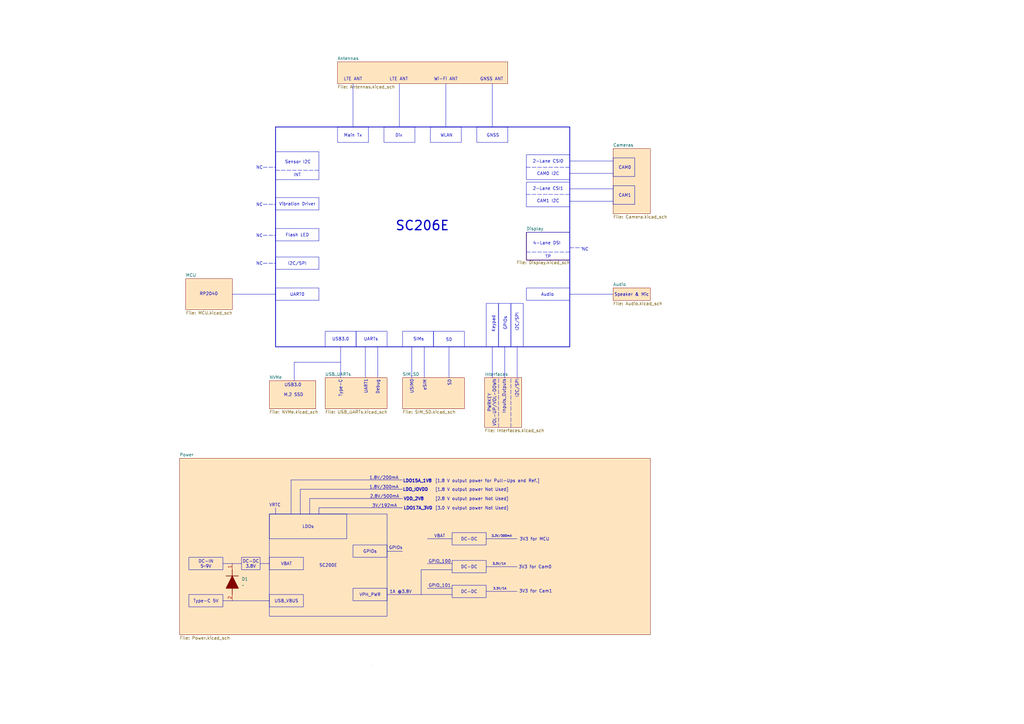
<source format=kicad_sch>
(kicad_sch (version 20250114) (generator "eeschema") (generator_version "9.0")
  (paper "A3")
  (title_block (title "Block Diagram") (date "2025-10-10") (rev "v1.0") (company "Author: Mehmet Cihangir") (comment 1 "CamTracker"))
  (lib_symbols
    (symbol "000MCLib:B520C-13-F" (pin_names (hide yes))
      (property "Reference" "D" (at 11.43 5.08 0))
      (property "Value" "B520C-13-F" (at 11.43 2.54 0))
      (symbol "B520C-13-F_1_1"
        (polyline (pts (xy 2.54 0) (xy 5.08 0)) (stroke (width 0.254)))
        (polyline (pts (xy 5.08 2.54) (xy 5.08 -2.54)) (stroke (width 0.254)))
        (polyline (pts (xy 5.08 0) (xy 10.16 2.54) (xy 10.16 -2.54) (xy 5.08 0)) (stroke (width 0.254)) (fill (type outline)))
        (polyline (pts (xy 10.16 0) (xy 12.7 0)) (stroke (width 0.254)))
        (pin passive line (at 0 0 0) (length 2.54) (name "K") (number "1"))
        (pin passive line (at 15.24 0 180) (length 2.54) (name "A") (number "2"))
      )
    )
  )
  (rectangle (start 209.55 142.24) (end 214.63 124.46))
  (rectangle (start 215.9 95.25) (end 233.68 106.68))
  (rectangle (start 215.9 63.5) (end 233.68 73.66))
  (rectangle (start 251.46 64.77) (end 260.35 72.39))
  (rectangle (start 157.48 52.07) (end 170.18 58.42))
  (rectangle (start 133.35 135.89) (end 146.05 142.24))
  (rectangle (start 138.43 52.07) (end 151.13 58.42))
  (rectangle (start 199.39 142.24) (end 204.47 124.46))
  (rectangle (start 195.58 52.07) (end 208.28 58.42))
  (rectangle (start 177.8 135.89) (end 190.5 142.24))
  (rectangle (start 204.47 142.24) (end 209.55 124.46))
  (rectangle (start 113.03 93.726) (end 130.81 98.806))
  (rectangle (start 113.03 62.23) (end 130.81 73.66))
  (rectangle (start 251.46 76.2) (end 260.35 83.82))
  (rectangle (start 113.03 52.07) (end 233.68 142.24) (stroke (width 0.3048)))
  (rectangle (start 215.9 118.11) (end 233.68 123.19))
  (rectangle (start 146.05 135.89) (end 158.75 142.24))
  (rectangle (start 215.9 74.676) (end 233.68 84.836))
  (rectangle (start 165.1 135.89) (end 177.8 142.24))
  (rectangle (start 176.53 52.07) (end 189.23 58.42))
  (rectangle (start 113.03 81.026) (end 130.81 86.106))
  (text "PWRKEY\nVOL-UP/VOL-DOWN" (at 201.803 165.227 90) (effects (font (size 1.27 1.27))))
  (text "SD" (at 184.404 156.972 90) (effects (font (size 1.27 1.27))))
  (text "NC" (at 106.426 84.074 0) (effects (font (size 1.27 1.27))))
  (text "3V3 for MCU" (at 219.202 221.234 0) (effects (font (size 1.27 1.27))))
  (text "LDO17A_3V0" (at 171.45 208.534 0) (effects (font (size 1.27 1.27) (thickness 0.254) (bold yes))))
  (text "UARTs" (at 152.146 139.192 0) (effects (font (size 1.27 1.27))))
  (text "Debug" (at 154.94 158.75 90) (effects (font (size 1.27 1.27))))
  (text "GPIOs" (at 162.306 224.79 0) (effects (font (size 1.27 1.27))))
  (text "I2C/SPI" (at 212.09 132.08 90) (effects (font (size 1.27 1.27))))
  (text "NC" (at 106.426 96.774 0) (effects (font (size 1.27 1.27))))
  (text "GPIOs" (at 207.264 132.588 90) (effects (font (size 1.27 1.27))))
  (text "Inputs_Outputs" (at 206.756 162.56 90) (effects (font (size 1.27 1.27))))
  (text "USIM0" (at 168.91 158.496 90) (effects (font (size 1.27 1.27))))
  (text "CAM1" (at 256.286 80.264 0) (effects (font (size 1.27 1.27))))
  (text "[1.8 V output power Not Used]" (at 193.548 200.914 0) (effects (font (size 1.27 1.27))))
  (text "[3.0 V output power Not Used]" (at 193.548 208.534 0) (effects (font (size 1.27 1.27))))
  (text "RP2040" (at 85.598 120.65 0) (effects (font (size 1.27 1.27))))
  (text "1.8V/300mA" (at 157.48 199.898 0) (effects (font (size 1.27 1.27))))
  (text "4-Lane DSI" (at 224.282 99.822 0) (effects (font (size 1.27 1.27))))
  (text "VRTC" (at 112.776 207.264 0) (effects (font (size 1.27 1.27))))
  (text "NC" (at 106.426 108.204 0) (effects (font (size 1.27 1.27))))
  (text "3.3V/1A" (at 204.724 231.394 0) (effects (font (size 0.889 0.889))))
  (text "VBAT" (at 180.34 219.964 0) (effects (font (size 1.27 1.27))))
  (text "I2C/SPI" (at 212.09 159.258 90) (effects (font (size 1.27 1.27))))
  (text "USB3.0" (at 139.7 139.192 0) (effects (font (size 1.27 1.27))))
  (text "SC206E" (at 173.228 92.71 0) (effects (font (size 3.81 3.81) (thickness 0.508) (bold yes))))
  (text "1A @3.8V" (at 164.338 242.824 0) (effects (font (size 1.27 1.27))))
  (text "Type-C" (at 139.7 159.258 90) (effects (font (size 1.27 1.27))))
  (text "TP" (at 224.79 105.41 0) (effects (font (size 1.27 1.27))))
  (text "CAM0" (at 256.286 68.834 0) (effects (font (size 1.27 1.27))))
  (text "eSIM" (at 174.244 157.988 90) (effects (font (size 1.27 1.27))))
  (text "2.8V/500mA" (at 157.734 203.708 0) (effects (font (size 1.27 1.27))))
  (text "Vibration Driver" (at 121.92 83.82 0) (effects (font (size 1.27 1.27))))
  (text "3.3V/300mA" (at 205.74 219.964 0) (effects (font (size 0.889 0.889))))
  (text "2-Lane CSI1" (at 224.79 77.47 0) (effects (font (size 1.27 1.27))))
  (text "Main Tx" (at 144.78 55.626 0) (effects (font (size 1.27 1.27))))
  (text "Speaker & Mic" (at 259.08 120.904 0) (effects (font (size 1.27 1.27))))
  (text "3V3 for Cam0" (at 219.456 232.664 0) (effects (font (size 1.27 1.27))))
  (text "3.3V/1A" (at 204.978 241.554 0) (effects (font (size 0.889 0.889))))
  (text "M.2 SSD" (at 120.396 162.052 0) (effects (font (size 1.27 1.27))))
  (text "GNSS" (at 202.184 55.626 0) (effects (font (size 1.27 1.27))))
  (text "VDD_2V8" (at 169.672 204.724 0) (effects (font (size 1.27 1.27) (thickness 0.254) (bold yes))))
  (text "2-Lane CSI0" (at 224.79 66.294 0) (effects (font (size 1.27 1.27))))
  (text "CAM1 I2C" (at 224.79 82.55 0) (effects (font (size 1.27 1.27))))
  (text "INT" (at 121.92 71.882 0) (effects (font (size 1.27 1.27))))
  (text "CAM0 I2C" (at 224.79 71.374 0) (effects (font (size 1.27 1.27))))
  (text "Div" (at 163.576 55.626 0) (effects (font (size 1.27 1.27))))
  (text "Wi-Fi ANT" (at 182.88 32.512 0) (effects (font (size 1.27 1.27))))
  (text "3V3 for Cam1" (at 219.71 242.57 0) (effects (font (size 1.27 1.27))))
  (text "NC" (at 106.426 68.834 0) (effects (font (size 1.27 1.27))))
  (text "[1.8 V output power for Pull-Ups and Ref.]" (at 199.898 197.358 0) (effects (font (size 1.27 1.27))))
  (text "UART1" (at 150.114 158.496 90) (effects (font (size 1.27 1.27))))
  (text "SD" (at 184.15 139.446 0) (effects (font (size 1.27 1.27))))
  (text "LDO_IOVDD" (at 170.434 200.914 0) (effects (font (size 1.27 1.27) (thickness 0.254) (bold yes))))
  (text "SIMs" (at 171.704 139.192 0) (effects (font (size 1.27 1.27))))
  (text "3V/192mA" (at 157.734 207.518 0) (effects (font (size 1.27 1.27))))
  (text "USB3.0" (at 120.142 157.988 0) (effects (font (size 1.27 1.27))))
  (text "Flash LED" (at 121.92 96.52 0) (effects (font (size 1.27 1.27))))
  (text "LDO15A_1V8" (at 171.196 197.358 0) (effects (font (size 1.27 1.27) (thickness 0.254) (bold yes))))
  (text "Sensor I2C" (at 122.174 66.548 0) (effects (font (size 1.27 1.27))))
  (text "Audio" (at 224.536 120.904 0) (effects (font (size 1.27 1.27))))
  (text "Keypad" (at 202.438 132.842 90) (effects (font (size 1.27 1.27))))
  (text "GPIO_100" (at 180.34 230.378 0) (effects (font (size 1.27 1.27))))
  (text "GNSS ANT" (at 201.676 32.512 0) (effects (font (size 1.27 1.27))))
  (text "LTE ANT" (at 144.78 32.512 0) (effects (font (size 1.27 1.27))))
  (text "1.8V/200mA" (at 157.48 196.088 0) (effects (font (size 1.27 1.27))))
  (text "[2.8 V output power Not Used]" (at 193.548 204.724 0) (effects (font (size 1.27 1.27))))
  (text "LTE ANT" (at 163.576 32.512 0) (effects (font (size 1.27 1.27))))
  (text "GPIO_101" (at 180.34 240.284 0) (effects (font (size 1.27 1.27))))
  (text "WLAN" (at 183.134 55.626 0) (effects (font (size 1.27 1.27))))
  (text "NC" (at 240.03 102.362 0) (effects (font (size 1.27 1.27))))
  (text_box "I2C/SPI" (at 113.03 105.41 0) (size 17.78 5.08) (margins 0.9525 0.9525 0.9525 0.9525) (effects (font (size 1.27 1.27))))
  (text_box "DC-DC" (at 185.42 218.44 0) (size 13.97 5.08) (margins 0.9525 0.9525 0.9525 0.9525) (effects (font (size 1.27 1.27))))
  (text_box "" (at 152.4 273.05 0) (size 0 0) (margins 0.9525 0.9525 0.9525 0.9525) (effects (font (size 1.27 1.27))))
  (text_box "VBAT" (at 110.49 228.6 0) (size 13.97 5.08) (margins 0.9525 0.9525 0.9525 0.9525) (effects (font (size 1.27 1.27))))
  (text_box "USB_VBUS" (at 110.49 243.84 0) (size 13.97 5.08) (margins 0.9525 0.9525 0.9525 0.9525) (effects (font (size 1.27 1.27))))
  (text_box "LDOs" (at 110.49 210.82 0) (size 31.75 10.16) (margins 0.9525 0.9525 0.9525 0.9525) (effects (font (size 1.27 1.27))))
  (text_box "DC-DC" (at 185.42 240.03 0) (size 13.97 5.08) (margins 0.9525 0.9525 0.9525 0.9525) (effects (font (size 1.27 1.27))))
  (text_box "SC200E" (at 110.49 210.82 0) (size 48.26 41.91) (margins 0.9525 0.9525 0.9525 0.9525) (effects (font (size 1.27 1.27))))
  (text_box "GPIOs" (at 144.78 223.52 0) (size 13.97 5.08) (margins 0.9525 0.9525 0.9525 0.9525) (effects (font (size 1.27 1.27))))
  (text_box "DC-DC" (at 185.42 229.87 0) (size 13.97 5.08) (margins 0.9525 0.9525 0.9525 0.9525) (effects (font (size 1.27 1.27))))
  (text_box "Type-C 5V" (at 77.47 243.84 0) (size 13.97 5.08) (margins 0.9525 0.9525 0.9525 0.9525) (effects (font (size 1.27 1.27))))
  (text_box "DC-IN\n5~9V" (at 77.47 228.6 0) (size 13.97 5.08) (margins 0.9525 0.9525 0.9525 0.9525) (effects (font (size 1.27 1.27))))
  (text_box "UART0" (at 113.03 118.11 0) (size 17.78 5.08) (margins 0.9525 0.9525 0.9525 0.9525) (effects (font (size 1.27 1.27))))
  (text_box "DC-DC \n3.8V" (at 99.06 228.6 0) (size 7.62 5.08) (margins 0.9525 0.9525 0.9525 0.9525) (effects (font (size 1.27 1.27))))
  (text_box "VPH_PWR" (at 144.78 241.3 0) (size 13.97 5.08) (margins 0.9525 0.9525 0.9525 0.9525) (effects (font (size 1.27 1.27))))
  (polyline (pts (xy 95.25 120.65) (xy 113.03 120.65)))
  (polyline (pts (xy 233.68 77.47) (xy 251.46 77.47)))
  (polyline (pts (xy 107.95 68.58) (xy 113.03 68.58)) (stroke (width 0) (type dash)))
  (polyline (pts (xy 119.38 196.85) (xy 119.38 210.82)))
  (polyline (pts (xy 199.39 232.41) (xy 212.09 232.41)))
  (polyline (pts (xy 172.72 243.84) (xy 172.72 233.68)))
  (polyline (pts (xy 172.72 233.68) (xy 185.42 233.68)))
  (polyline (pts (xy 201.93 34.29) (xy 201.93 52.07)))
  (polyline (pts (xy 165.1 200.66) (xy 123.19 200.66)))
  (polyline (pts (xy 144.78 34.29) (xy 144.78 52.07)))
  (polyline (pts (xy 173.99 142.24) (xy 173.99 154.94)))
  (polyline (pts (xy 91.44 246.38) (xy 110.49 246.38)))
  (polyline (pts (xy 107.95 107.95) (xy 113.03 107.95)) (stroke (width 0) (type dash)))
  (polyline (pts (xy 182.88 34.29) (xy 182.88 52.07)))
  (polyline (pts (xy 149.86 142.24) (xy 149.86 154.94)))
  (polyline (pts (xy 233.68 101.6) (xy 238.76 101.6)) (stroke (width 0) (type dash)))
  (polyline (pts (xy 215.9 79.756) (xy 233.68 79.756)) (stroke (width 0) (type dash)))
  (polyline (pts (xy 204.47 175.26) (xy 204.47 154.94)) (stroke (width 0) (type dash)))
  (polyline (pts (xy 233.68 71.12) (xy 251.46 71.12)))
  (polyline (pts (xy 107.95 83.82) (xy 113.03 83.82)) (stroke (width 0) (type dash)))
  (polyline (pts (xy 120.65 148.59) (xy 132.08 148.59)))
  (polyline (pts (xy 212.09 154.94) (xy 212.09 142.24)))
  (polyline (pts (xy 207.01 154.94) (xy 207.01 142.24)))
  (polyline (pts (xy 199.39 242.57) (xy 212.09 242.57)))
  (polyline (pts (xy 123.19 200.66) (xy 123.19 210.82)))
  (polyline (pts (xy 233.68 66.04) (xy 251.46 66.04)))
  (polyline (pts (xy 175.26 231.14) (xy 185.42 231.14)))
  (polyline (pts (xy 120.65 148.59) (xy 120.65 156.21)))
  (polyline (pts (xy 158.75 226.06) (xy 165.1 226.06)))
  (polyline (pts (xy 165.1 204.47) (xy 127 204.47)))
  (polyline (pts (xy 209.55 175.26) (xy 209.55 154.94)) (stroke (width 0) (type dash)))
  (polyline (pts (xy 163.83 34.29) (xy 163.83 52.07)))
  (polyline (pts (xy 91.44 231.14) (xy 99.06 231.14)))
  (polyline (pts (xy 165.1 196.85) (xy 119.38 196.85)))
  (polyline (pts (xy 154.94 142.24) (xy 154.94 154.94)))
  (polyline (pts (xy 106.68 231.14) (xy 110.49 231.14)))
  (polyline (pts (xy 130.81 208.28) (xy 130.81 210.82)))
  (polyline (pts (xy 175.26 220.98) (xy 185.42 220.98)))
  (polyline (pts (xy 184.15 142.24) (xy 184.15 154.94)))
  (polyline (pts (xy 201.93 154.94) (xy 201.93 142.24)))
  (polyline (pts (xy 168.91 142.24) (xy 168.91 154.94)))
  (polyline (pts (xy 158.75 243.84) (xy 185.42 243.84)))
  (polyline (pts (xy 127 204.47) (xy 127 210.82)))
  (polyline (pts (xy 165.1 208.28) (xy 130.81 208.28)))
  (polyline (pts (xy 113.03 208.28) (xy 113.03 210.82)))
  (polyline (pts (xy 132.08 148.59) (xy 139.7 148.59)))
  (polyline (pts (xy 175.26 241.3) (xy 185.42 241.3)))
  (polyline (pts (xy 113.03 69.85) (xy 130.81 69.85)) (stroke (width 0) (type dash)))
  (polyline (pts (xy 215.9 68.58) (xy 233.68 68.58)) (stroke (width 0) (type dash)))
  (polyline (pts (xy 215.9 103.378) (xy 233.68 103.378)) (stroke (width 0) (type dash)))
  (polyline (pts (xy 139.7 142.24) (xy 139.7 154.94)))
  (polyline (pts (xy 233.68 120.65) (xy 251.46 120.65)))
  (polyline (pts (xy 107.95 96.52) (xy 113.03 96.52)) (stroke (width 0) (type dash)))
  (polyline (pts (xy 233.68 82.55) (xy 251.46 82.55)))
  (polyline (pts (xy 199.39 220.98) (xy 212.09 220.98)))
  (symbol (lib_id "000MCLib:B520C-13-F") (at 95.25 231.14 270) (unit 1) (exclude_from_sim yes) (in_bom no) (on_board no)
    (property "Reference" "D1" (at 99.06 237.4899 90) (effects (justify left)))
    (property "Value" "~" (at 99.06 240.0299 90) (effects (justify left)))
    (property "Footprint" "000MCLib:DIOM7959X250N" (effects (hide yes)))
    (property "Description" "Diode Schottky Rectifiers 20V 5A" (effects (hide yes)))
    (property "Manufacturer" "Diodes Incorporated" (effects (hide yes)))
    (property "Part Number" "B520C-13-F" (effects (hide yes)))
  )
  (sheet (at 73.66 187.96) (size 193.04 72.39) (stroke (width 0.1524)) (fill (color 255 229 191 1.0000))
    (property "Sheetname" "Power" (at 73.66 187.2484 0) (effects (justify left bottom)))
    (property "Sheetfile" "Power.kicad_sch" (at 73.66 260.9346 0) (effects (justify left top)))
  )
  (sheet (at 251.46 118.11) (size 15.24 5.08) (stroke (width 0.1524)) (fill (color 255 229 191 1.0000))
    (property "Sheetname" "Audio" (at 251.46 117.3984 0) (effects (justify left bottom)))
    (property "Sheetfile" "Audio.kicad_sch" (at 251.46 123.7746 0) (effects (justify left top)))
  )
  (sheet (at 138.43 25.4) (size 69.85 8.89) (stroke (width 0.1524)) (fill (color 255 229 191 1.0000))
    (property "Sheetname" "Antennas" (at 138.43 24.6884 0) (effects (justify left bottom)))
    (property "Sheetfile" "Antennas.kicad_sch" (at 138.43 34.8746 0) (effects (justify left top)))
  )
  (sheet (at 165.1 154.94) (size 25.4 12.7) (stroke (width 0.1524)) (fill (color 255 229 191 1.0000))
    (property "Sheetname" "SIM_SD" (at 165.1 154.2284 0) (effects (justify left bottom)))
    (property "Sheetfile" "SIM_SD.kicad_sch" (at 165.1 168.2246 0) (effects (justify left top)))
  )
  (sheet (at 110.49 156.21) (size 19.05 11.43) (stroke (width 0.1524)) (fill (color 255 229 191 1.0000))
    (property "Sheetname" "NVMe" (at 110.49 155.4984 0) (effects (justify left bottom)))
    (property "Sheetfile" "NVMe.kicad_sch" (at 110.49 168.2246 0) (effects (justify left top)))
  )
  (sheet (at 251.46 60.96) (size 15.24 26.67) (stroke (width 0.1524)) (fill (color 255 229 191 1.0000))
    (property "Sheetname" "Cameras" (at 251.46 60.2484 0) (effects (justify left bottom)))
    (property "Sheetfile" "Camera.kicad_sch" (at 251.46 88.2146 0) (effects (justify left top)))
  )
  (sheet (at 198.755 154.94) (size 15.24 20.32) (stroke (width 0.1524)) (fill (color 255 229 191 1.0000))
    (property "Sheetname" "Interfaces" (at 198.755 154.2284 0) (effects (justify left bottom)))
    (property "Sheetfile" "Interfaces.kicad_sch" (at 198.755 175.8446 0) (effects (justify left top)))
  )
  (sheet (at 133.35 154.94) (size 25.4 12.7) (stroke (width 0.1524)) (fill (color 255 229 191 1.0000))
    (property "Sheetname" "USB_UARTs" (at 133.35 154.2284 0) (effects (justify left bottom)))
    (property "Sheetfile" "USB_UARTs.kicad_sch" (at 133.35 168.2246 0) (effects (justify left top)))
  )
  (sheet (at 76.2 114.3) (size 19.05 12.7) (stroke (width 0.1524)) (fill (color 255 229 191 1.0000))
    (property "Sheetname" "MCU" (at 76.2 113.5884 0) (effects (justify left bottom)))
    (property "Sheetfile" "MCU.kicad_sch" (at 76.2 127.5846 0) (effects (justify left top)))
  )
  (sheet (at 215.9 95.25) (size 17.78 11.43) (stroke (width 0.1524))
    (property "Sheetname" "Display" (at 215.9 94.5384 0) (effects (justify left bottom)))
    (property "Sheetfile" "Display.kicad_sch" (at 211.836 106.934 0) (effects (justify left top)))
  )
)
</source>
